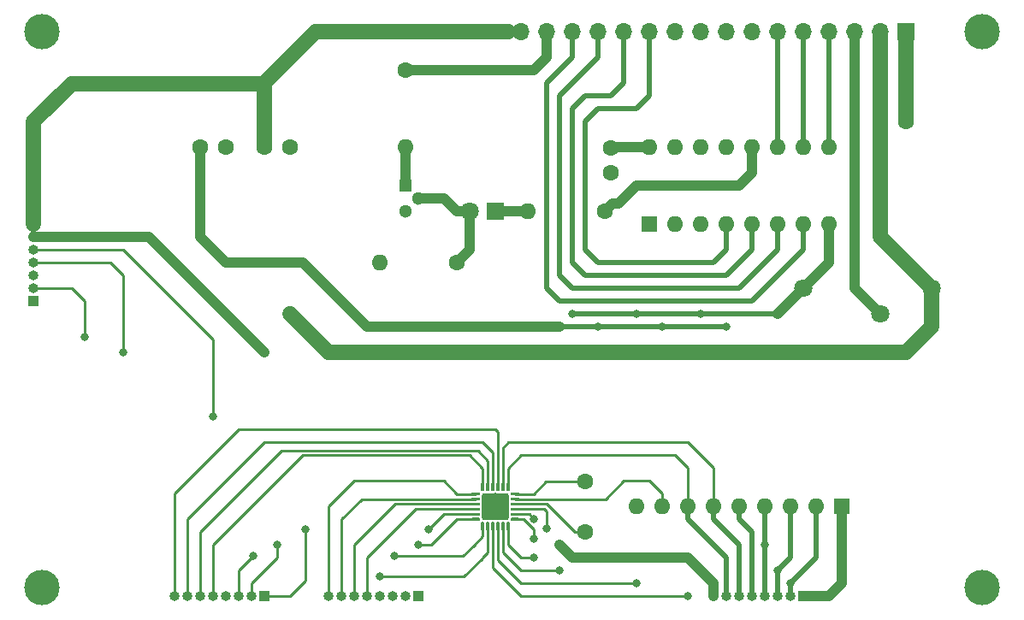
<source format=gbr>
G04 #@! TF.GenerationSoftware,KiCad,Pcbnew,5.1.3-ffb9f22~84~ubuntu16.04.1*
G04 #@! TF.CreationDate,2019-07-26T20:33:55+02:00*
G04 #@! TF.ProjectId,Raspberry-I2C-LCD-and-Keypad,52617370-6265-4727-9279-2d4932432d4c,rev?*
G04 #@! TF.SameCoordinates,Original*
G04 #@! TF.FileFunction,Copper,L2,Bot*
G04 #@! TF.FilePolarity,Positive*
%FSLAX46Y46*%
G04 Gerber Fmt 4.6, Leading zero omitted, Abs format (unit mm)*
G04 Created by KiCad (PCBNEW 5.1.3-ffb9f22~84~ubuntu16.04.1) date 2019-07-26 20:33:55*
%MOMM*%
%LPD*%
G04 APERTURE LIST*
%ADD10C,3.500000*%
%ADD11O,1.700000X1.700000*%
%ADD12R,1.700000X1.700000*%
%ADD13C,1.600000*%
%ADD14O,1.600000X1.600000*%
%ADD15R,1.600000X1.600000*%
%ADD16C,0.100000*%
%ADD17C,0.300000*%
%ADD18C,2.650000*%
%ADD19C,1.800000*%
%ADD20R,1.300000X1.300000*%
%ADD21C,1.300000*%
%ADD22O,1.000000X1.000000*%
%ADD23R,1.000000X1.000000*%
%ADD24R,1.800000X1.800000*%
%ADD25C,0.800000*%
%ADD26C,0.250000*%
%ADD27C,0.499872*%
%ADD28C,0.990600*%
%ADD29C,1.498600*%
G04 APERTURE END LIST*
D10*
X94840000Y-128660000D03*
X187840000Y-128660000D03*
X94840000Y-73660000D03*
X187840000Y-73660000D03*
D11*
X167640000Y-73660000D03*
X165100000Y-73660000D03*
D12*
X180340000Y-73660000D03*
D11*
X162560000Y-73660000D03*
X160020000Y-73660000D03*
X142240000Y-73660000D03*
X172720000Y-73660000D03*
X170180000Y-73660000D03*
X177800000Y-73660000D03*
X175260000Y-73660000D03*
X147320000Y-73660000D03*
X144780000Y-73660000D03*
X152400000Y-73660000D03*
X149860000Y-73660000D03*
X157480000Y-73660000D03*
X154940000Y-73660000D03*
D13*
X148590000Y-118190000D03*
X148590000Y-123190000D03*
D14*
X154940000Y-85090000D03*
X172720000Y-92710000D03*
X157480000Y-85090000D03*
X170180000Y-92710000D03*
X160020000Y-85090000D03*
X167640000Y-92710000D03*
X162560000Y-85090000D03*
X165100000Y-92710000D03*
X165100000Y-85090000D03*
X162560000Y-92710000D03*
X167640000Y-85090000D03*
X160020000Y-92710000D03*
X170180000Y-85090000D03*
X157480000Y-92710000D03*
X172720000Y-85090000D03*
D15*
X154940000Y-92710000D03*
D16*
G36*
X141982351Y-121750361D02*
G01*
X141989632Y-121751441D01*
X141996771Y-121753229D01*
X142003701Y-121755709D01*
X142010355Y-121758856D01*
X142016668Y-121762640D01*
X142022579Y-121767024D01*
X142028033Y-121771967D01*
X142032976Y-121777421D01*
X142037360Y-121783332D01*
X142041144Y-121789645D01*
X142044291Y-121796299D01*
X142046771Y-121803229D01*
X142048559Y-121810368D01*
X142049639Y-121817649D01*
X142050000Y-121825000D01*
X142050000Y-121975000D01*
X142049639Y-121982351D01*
X142048559Y-121989632D01*
X142046771Y-121996771D01*
X142044291Y-122003701D01*
X142041144Y-122010355D01*
X142037360Y-122016668D01*
X142032976Y-122022579D01*
X142028033Y-122028033D01*
X142022579Y-122032976D01*
X142016668Y-122037360D01*
X142010355Y-122041144D01*
X142003701Y-122044291D01*
X141996771Y-122046771D01*
X141989632Y-122048559D01*
X141982351Y-122049639D01*
X141975000Y-122050000D01*
X141300000Y-122050000D01*
X141292649Y-122049639D01*
X141285368Y-122048559D01*
X141278229Y-122046771D01*
X141271299Y-122044291D01*
X141264645Y-122041144D01*
X141258332Y-122037360D01*
X141252421Y-122032976D01*
X141246967Y-122028033D01*
X141242024Y-122022579D01*
X141237640Y-122016668D01*
X141233856Y-122010355D01*
X141230709Y-122003701D01*
X141228229Y-121996771D01*
X141226441Y-121989632D01*
X141225361Y-121982351D01*
X141225000Y-121975000D01*
X141225000Y-121825000D01*
X141225361Y-121817649D01*
X141226441Y-121810368D01*
X141228229Y-121803229D01*
X141230709Y-121796299D01*
X141233856Y-121789645D01*
X141237640Y-121783332D01*
X141242024Y-121777421D01*
X141246967Y-121771967D01*
X141252421Y-121767024D01*
X141258332Y-121762640D01*
X141264645Y-121758856D01*
X141271299Y-121755709D01*
X141278229Y-121753229D01*
X141285368Y-121751441D01*
X141292649Y-121750361D01*
X141300000Y-121750000D01*
X141975000Y-121750000D01*
X141982351Y-121750361D01*
X141982351Y-121750361D01*
G37*
D17*
X141637500Y-121900000D03*
D16*
G36*
X141982351Y-121250361D02*
G01*
X141989632Y-121251441D01*
X141996771Y-121253229D01*
X142003701Y-121255709D01*
X142010355Y-121258856D01*
X142016668Y-121262640D01*
X142022579Y-121267024D01*
X142028033Y-121271967D01*
X142032976Y-121277421D01*
X142037360Y-121283332D01*
X142041144Y-121289645D01*
X142044291Y-121296299D01*
X142046771Y-121303229D01*
X142048559Y-121310368D01*
X142049639Y-121317649D01*
X142050000Y-121325000D01*
X142050000Y-121475000D01*
X142049639Y-121482351D01*
X142048559Y-121489632D01*
X142046771Y-121496771D01*
X142044291Y-121503701D01*
X142041144Y-121510355D01*
X142037360Y-121516668D01*
X142032976Y-121522579D01*
X142028033Y-121528033D01*
X142022579Y-121532976D01*
X142016668Y-121537360D01*
X142010355Y-121541144D01*
X142003701Y-121544291D01*
X141996771Y-121546771D01*
X141989632Y-121548559D01*
X141982351Y-121549639D01*
X141975000Y-121550000D01*
X141300000Y-121550000D01*
X141292649Y-121549639D01*
X141285368Y-121548559D01*
X141278229Y-121546771D01*
X141271299Y-121544291D01*
X141264645Y-121541144D01*
X141258332Y-121537360D01*
X141252421Y-121532976D01*
X141246967Y-121528033D01*
X141242024Y-121522579D01*
X141237640Y-121516668D01*
X141233856Y-121510355D01*
X141230709Y-121503701D01*
X141228229Y-121496771D01*
X141226441Y-121489632D01*
X141225361Y-121482351D01*
X141225000Y-121475000D01*
X141225000Y-121325000D01*
X141225361Y-121317649D01*
X141226441Y-121310368D01*
X141228229Y-121303229D01*
X141230709Y-121296299D01*
X141233856Y-121289645D01*
X141237640Y-121283332D01*
X141242024Y-121277421D01*
X141246967Y-121271967D01*
X141252421Y-121267024D01*
X141258332Y-121262640D01*
X141264645Y-121258856D01*
X141271299Y-121255709D01*
X141278229Y-121253229D01*
X141285368Y-121251441D01*
X141292649Y-121250361D01*
X141300000Y-121250000D01*
X141975000Y-121250000D01*
X141982351Y-121250361D01*
X141982351Y-121250361D01*
G37*
D17*
X141637500Y-121400000D03*
D16*
G36*
X141982351Y-120750361D02*
G01*
X141989632Y-120751441D01*
X141996771Y-120753229D01*
X142003701Y-120755709D01*
X142010355Y-120758856D01*
X142016668Y-120762640D01*
X142022579Y-120767024D01*
X142028033Y-120771967D01*
X142032976Y-120777421D01*
X142037360Y-120783332D01*
X142041144Y-120789645D01*
X142044291Y-120796299D01*
X142046771Y-120803229D01*
X142048559Y-120810368D01*
X142049639Y-120817649D01*
X142050000Y-120825000D01*
X142050000Y-120975000D01*
X142049639Y-120982351D01*
X142048559Y-120989632D01*
X142046771Y-120996771D01*
X142044291Y-121003701D01*
X142041144Y-121010355D01*
X142037360Y-121016668D01*
X142032976Y-121022579D01*
X142028033Y-121028033D01*
X142022579Y-121032976D01*
X142016668Y-121037360D01*
X142010355Y-121041144D01*
X142003701Y-121044291D01*
X141996771Y-121046771D01*
X141989632Y-121048559D01*
X141982351Y-121049639D01*
X141975000Y-121050000D01*
X141300000Y-121050000D01*
X141292649Y-121049639D01*
X141285368Y-121048559D01*
X141278229Y-121046771D01*
X141271299Y-121044291D01*
X141264645Y-121041144D01*
X141258332Y-121037360D01*
X141252421Y-121032976D01*
X141246967Y-121028033D01*
X141242024Y-121022579D01*
X141237640Y-121016668D01*
X141233856Y-121010355D01*
X141230709Y-121003701D01*
X141228229Y-120996771D01*
X141226441Y-120989632D01*
X141225361Y-120982351D01*
X141225000Y-120975000D01*
X141225000Y-120825000D01*
X141225361Y-120817649D01*
X141226441Y-120810368D01*
X141228229Y-120803229D01*
X141230709Y-120796299D01*
X141233856Y-120789645D01*
X141237640Y-120783332D01*
X141242024Y-120777421D01*
X141246967Y-120771967D01*
X141252421Y-120767024D01*
X141258332Y-120762640D01*
X141264645Y-120758856D01*
X141271299Y-120755709D01*
X141278229Y-120753229D01*
X141285368Y-120751441D01*
X141292649Y-120750361D01*
X141300000Y-120750000D01*
X141975000Y-120750000D01*
X141982351Y-120750361D01*
X141982351Y-120750361D01*
G37*
D17*
X141637500Y-120900000D03*
D16*
G36*
X141982351Y-120250361D02*
G01*
X141989632Y-120251441D01*
X141996771Y-120253229D01*
X142003701Y-120255709D01*
X142010355Y-120258856D01*
X142016668Y-120262640D01*
X142022579Y-120267024D01*
X142028033Y-120271967D01*
X142032976Y-120277421D01*
X142037360Y-120283332D01*
X142041144Y-120289645D01*
X142044291Y-120296299D01*
X142046771Y-120303229D01*
X142048559Y-120310368D01*
X142049639Y-120317649D01*
X142050000Y-120325000D01*
X142050000Y-120475000D01*
X142049639Y-120482351D01*
X142048559Y-120489632D01*
X142046771Y-120496771D01*
X142044291Y-120503701D01*
X142041144Y-120510355D01*
X142037360Y-120516668D01*
X142032976Y-120522579D01*
X142028033Y-120528033D01*
X142022579Y-120532976D01*
X142016668Y-120537360D01*
X142010355Y-120541144D01*
X142003701Y-120544291D01*
X141996771Y-120546771D01*
X141989632Y-120548559D01*
X141982351Y-120549639D01*
X141975000Y-120550000D01*
X141300000Y-120550000D01*
X141292649Y-120549639D01*
X141285368Y-120548559D01*
X141278229Y-120546771D01*
X141271299Y-120544291D01*
X141264645Y-120541144D01*
X141258332Y-120537360D01*
X141252421Y-120532976D01*
X141246967Y-120528033D01*
X141242024Y-120522579D01*
X141237640Y-120516668D01*
X141233856Y-120510355D01*
X141230709Y-120503701D01*
X141228229Y-120496771D01*
X141226441Y-120489632D01*
X141225361Y-120482351D01*
X141225000Y-120475000D01*
X141225000Y-120325000D01*
X141225361Y-120317649D01*
X141226441Y-120310368D01*
X141228229Y-120303229D01*
X141230709Y-120296299D01*
X141233856Y-120289645D01*
X141237640Y-120283332D01*
X141242024Y-120277421D01*
X141246967Y-120271967D01*
X141252421Y-120267024D01*
X141258332Y-120262640D01*
X141264645Y-120258856D01*
X141271299Y-120255709D01*
X141278229Y-120253229D01*
X141285368Y-120251441D01*
X141292649Y-120250361D01*
X141300000Y-120250000D01*
X141975000Y-120250000D01*
X141982351Y-120250361D01*
X141982351Y-120250361D01*
G37*
D17*
X141637500Y-120400000D03*
D16*
G36*
X141982351Y-119750361D02*
G01*
X141989632Y-119751441D01*
X141996771Y-119753229D01*
X142003701Y-119755709D01*
X142010355Y-119758856D01*
X142016668Y-119762640D01*
X142022579Y-119767024D01*
X142028033Y-119771967D01*
X142032976Y-119777421D01*
X142037360Y-119783332D01*
X142041144Y-119789645D01*
X142044291Y-119796299D01*
X142046771Y-119803229D01*
X142048559Y-119810368D01*
X142049639Y-119817649D01*
X142050000Y-119825000D01*
X142050000Y-119975000D01*
X142049639Y-119982351D01*
X142048559Y-119989632D01*
X142046771Y-119996771D01*
X142044291Y-120003701D01*
X142041144Y-120010355D01*
X142037360Y-120016668D01*
X142032976Y-120022579D01*
X142028033Y-120028033D01*
X142022579Y-120032976D01*
X142016668Y-120037360D01*
X142010355Y-120041144D01*
X142003701Y-120044291D01*
X141996771Y-120046771D01*
X141989632Y-120048559D01*
X141982351Y-120049639D01*
X141975000Y-120050000D01*
X141300000Y-120050000D01*
X141292649Y-120049639D01*
X141285368Y-120048559D01*
X141278229Y-120046771D01*
X141271299Y-120044291D01*
X141264645Y-120041144D01*
X141258332Y-120037360D01*
X141252421Y-120032976D01*
X141246967Y-120028033D01*
X141242024Y-120022579D01*
X141237640Y-120016668D01*
X141233856Y-120010355D01*
X141230709Y-120003701D01*
X141228229Y-119996771D01*
X141226441Y-119989632D01*
X141225361Y-119982351D01*
X141225000Y-119975000D01*
X141225000Y-119825000D01*
X141225361Y-119817649D01*
X141226441Y-119810368D01*
X141228229Y-119803229D01*
X141230709Y-119796299D01*
X141233856Y-119789645D01*
X141237640Y-119783332D01*
X141242024Y-119777421D01*
X141246967Y-119771967D01*
X141252421Y-119767024D01*
X141258332Y-119762640D01*
X141264645Y-119758856D01*
X141271299Y-119755709D01*
X141278229Y-119753229D01*
X141285368Y-119751441D01*
X141292649Y-119750361D01*
X141300000Y-119750000D01*
X141975000Y-119750000D01*
X141982351Y-119750361D01*
X141982351Y-119750361D01*
G37*
D17*
X141637500Y-119900000D03*
D16*
G36*
X141982351Y-119250361D02*
G01*
X141989632Y-119251441D01*
X141996771Y-119253229D01*
X142003701Y-119255709D01*
X142010355Y-119258856D01*
X142016668Y-119262640D01*
X142022579Y-119267024D01*
X142028033Y-119271967D01*
X142032976Y-119277421D01*
X142037360Y-119283332D01*
X142041144Y-119289645D01*
X142044291Y-119296299D01*
X142046771Y-119303229D01*
X142048559Y-119310368D01*
X142049639Y-119317649D01*
X142050000Y-119325000D01*
X142050000Y-119475000D01*
X142049639Y-119482351D01*
X142048559Y-119489632D01*
X142046771Y-119496771D01*
X142044291Y-119503701D01*
X142041144Y-119510355D01*
X142037360Y-119516668D01*
X142032976Y-119522579D01*
X142028033Y-119528033D01*
X142022579Y-119532976D01*
X142016668Y-119537360D01*
X142010355Y-119541144D01*
X142003701Y-119544291D01*
X141996771Y-119546771D01*
X141989632Y-119548559D01*
X141982351Y-119549639D01*
X141975000Y-119550000D01*
X141300000Y-119550000D01*
X141292649Y-119549639D01*
X141285368Y-119548559D01*
X141278229Y-119546771D01*
X141271299Y-119544291D01*
X141264645Y-119541144D01*
X141258332Y-119537360D01*
X141252421Y-119532976D01*
X141246967Y-119528033D01*
X141242024Y-119522579D01*
X141237640Y-119516668D01*
X141233856Y-119510355D01*
X141230709Y-119503701D01*
X141228229Y-119496771D01*
X141226441Y-119489632D01*
X141225361Y-119482351D01*
X141225000Y-119475000D01*
X141225000Y-119325000D01*
X141225361Y-119317649D01*
X141226441Y-119310368D01*
X141228229Y-119303229D01*
X141230709Y-119296299D01*
X141233856Y-119289645D01*
X141237640Y-119283332D01*
X141242024Y-119277421D01*
X141246967Y-119271967D01*
X141252421Y-119267024D01*
X141258332Y-119262640D01*
X141264645Y-119258856D01*
X141271299Y-119255709D01*
X141278229Y-119253229D01*
X141285368Y-119251441D01*
X141292649Y-119250361D01*
X141300000Y-119250000D01*
X141975000Y-119250000D01*
X141982351Y-119250361D01*
X141982351Y-119250361D01*
G37*
D17*
X141637500Y-119400000D03*
D16*
G36*
X141032351Y-118300361D02*
G01*
X141039632Y-118301441D01*
X141046771Y-118303229D01*
X141053701Y-118305709D01*
X141060355Y-118308856D01*
X141066668Y-118312640D01*
X141072579Y-118317024D01*
X141078033Y-118321967D01*
X141082976Y-118327421D01*
X141087360Y-118333332D01*
X141091144Y-118339645D01*
X141094291Y-118346299D01*
X141096771Y-118353229D01*
X141098559Y-118360368D01*
X141099639Y-118367649D01*
X141100000Y-118375000D01*
X141100000Y-119050000D01*
X141099639Y-119057351D01*
X141098559Y-119064632D01*
X141096771Y-119071771D01*
X141094291Y-119078701D01*
X141091144Y-119085355D01*
X141087360Y-119091668D01*
X141082976Y-119097579D01*
X141078033Y-119103033D01*
X141072579Y-119107976D01*
X141066668Y-119112360D01*
X141060355Y-119116144D01*
X141053701Y-119119291D01*
X141046771Y-119121771D01*
X141039632Y-119123559D01*
X141032351Y-119124639D01*
X141025000Y-119125000D01*
X140875000Y-119125000D01*
X140867649Y-119124639D01*
X140860368Y-119123559D01*
X140853229Y-119121771D01*
X140846299Y-119119291D01*
X140839645Y-119116144D01*
X140833332Y-119112360D01*
X140827421Y-119107976D01*
X140821967Y-119103033D01*
X140817024Y-119097579D01*
X140812640Y-119091668D01*
X140808856Y-119085355D01*
X140805709Y-119078701D01*
X140803229Y-119071771D01*
X140801441Y-119064632D01*
X140800361Y-119057351D01*
X140800000Y-119050000D01*
X140800000Y-118375000D01*
X140800361Y-118367649D01*
X140801441Y-118360368D01*
X140803229Y-118353229D01*
X140805709Y-118346299D01*
X140808856Y-118339645D01*
X140812640Y-118333332D01*
X140817024Y-118327421D01*
X140821967Y-118321967D01*
X140827421Y-118317024D01*
X140833332Y-118312640D01*
X140839645Y-118308856D01*
X140846299Y-118305709D01*
X140853229Y-118303229D01*
X140860368Y-118301441D01*
X140867649Y-118300361D01*
X140875000Y-118300000D01*
X141025000Y-118300000D01*
X141032351Y-118300361D01*
X141032351Y-118300361D01*
G37*
D17*
X140950000Y-118712500D03*
D16*
G36*
X140532351Y-118300361D02*
G01*
X140539632Y-118301441D01*
X140546771Y-118303229D01*
X140553701Y-118305709D01*
X140560355Y-118308856D01*
X140566668Y-118312640D01*
X140572579Y-118317024D01*
X140578033Y-118321967D01*
X140582976Y-118327421D01*
X140587360Y-118333332D01*
X140591144Y-118339645D01*
X140594291Y-118346299D01*
X140596771Y-118353229D01*
X140598559Y-118360368D01*
X140599639Y-118367649D01*
X140600000Y-118375000D01*
X140600000Y-119050000D01*
X140599639Y-119057351D01*
X140598559Y-119064632D01*
X140596771Y-119071771D01*
X140594291Y-119078701D01*
X140591144Y-119085355D01*
X140587360Y-119091668D01*
X140582976Y-119097579D01*
X140578033Y-119103033D01*
X140572579Y-119107976D01*
X140566668Y-119112360D01*
X140560355Y-119116144D01*
X140553701Y-119119291D01*
X140546771Y-119121771D01*
X140539632Y-119123559D01*
X140532351Y-119124639D01*
X140525000Y-119125000D01*
X140375000Y-119125000D01*
X140367649Y-119124639D01*
X140360368Y-119123559D01*
X140353229Y-119121771D01*
X140346299Y-119119291D01*
X140339645Y-119116144D01*
X140333332Y-119112360D01*
X140327421Y-119107976D01*
X140321967Y-119103033D01*
X140317024Y-119097579D01*
X140312640Y-119091668D01*
X140308856Y-119085355D01*
X140305709Y-119078701D01*
X140303229Y-119071771D01*
X140301441Y-119064632D01*
X140300361Y-119057351D01*
X140300000Y-119050000D01*
X140300000Y-118375000D01*
X140300361Y-118367649D01*
X140301441Y-118360368D01*
X140303229Y-118353229D01*
X140305709Y-118346299D01*
X140308856Y-118339645D01*
X140312640Y-118333332D01*
X140317024Y-118327421D01*
X140321967Y-118321967D01*
X140327421Y-118317024D01*
X140333332Y-118312640D01*
X140339645Y-118308856D01*
X140346299Y-118305709D01*
X140353229Y-118303229D01*
X140360368Y-118301441D01*
X140367649Y-118300361D01*
X140375000Y-118300000D01*
X140525000Y-118300000D01*
X140532351Y-118300361D01*
X140532351Y-118300361D01*
G37*
D17*
X140450000Y-118712500D03*
D16*
G36*
X140032351Y-118300361D02*
G01*
X140039632Y-118301441D01*
X140046771Y-118303229D01*
X140053701Y-118305709D01*
X140060355Y-118308856D01*
X140066668Y-118312640D01*
X140072579Y-118317024D01*
X140078033Y-118321967D01*
X140082976Y-118327421D01*
X140087360Y-118333332D01*
X140091144Y-118339645D01*
X140094291Y-118346299D01*
X140096771Y-118353229D01*
X140098559Y-118360368D01*
X140099639Y-118367649D01*
X140100000Y-118375000D01*
X140100000Y-119050000D01*
X140099639Y-119057351D01*
X140098559Y-119064632D01*
X140096771Y-119071771D01*
X140094291Y-119078701D01*
X140091144Y-119085355D01*
X140087360Y-119091668D01*
X140082976Y-119097579D01*
X140078033Y-119103033D01*
X140072579Y-119107976D01*
X140066668Y-119112360D01*
X140060355Y-119116144D01*
X140053701Y-119119291D01*
X140046771Y-119121771D01*
X140039632Y-119123559D01*
X140032351Y-119124639D01*
X140025000Y-119125000D01*
X139875000Y-119125000D01*
X139867649Y-119124639D01*
X139860368Y-119123559D01*
X139853229Y-119121771D01*
X139846299Y-119119291D01*
X139839645Y-119116144D01*
X139833332Y-119112360D01*
X139827421Y-119107976D01*
X139821967Y-119103033D01*
X139817024Y-119097579D01*
X139812640Y-119091668D01*
X139808856Y-119085355D01*
X139805709Y-119078701D01*
X139803229Y-119071771D01*
X139801441Y-119064632D01*
X139800361Y-119057351D01*
X139800000Y-119050000D01*
X139800000Y-118375000D01*
X139800361Y-118367649D01*
X139801441Y-118360368D01*
X139803229Y-118353229D01*
X139805709Y-118346299D01*
X139808856Y-118339645D01*
X139812640Y-118333332D01*
X139817024Y-118327421D01*
X139821967Y-118321967D01*
X139827421Y-118317024D01*
X139833332Y-118312640D01*
X139839645Y-118308856D01*
X139846299Y-118305709D01*
X139853229Y-118303229D01*
X139860368Y-118301441D01*
X139867649Y-118300361D01*
X139875000Y-118300000D01*
X140025000Y-118300000D01*
X140032351Y-118300361D01*
X140032351Y-118300361D01*
G37*
D17*
X139950000Y-118712500D03*
D16*
G36*
X139532351Y-118300361D02*
G01*
X139539632Y-118301441D01*
X139546771Y-118303229D01*
X139553701Y-118305709D01*
X139560355Y-118308856D01*
X139566668Y-118312640D01*
X139572579Y-118317024D01*
X139578033Y-118321967D01*
X139582976Y-118327421D01*
X139587360Y-118333332D01*
X139591144Y-118339645D01*
X139594291Y-118346299D01*
X139596771Y-118353229D01*
X139598559Y-118360368D01*
X139599639Y-118367649D01*
X139600000Y-118375000D01*
X139600000Y-119050000D01*
X139599639Y-119057351D01*
X139598559Y-119064632D01*
X139596771Y-119071771D01*
X139594291Y-119078701D01*
X139591144Y-119085355D01*
X139587360Y-119091668D01*
X139582976Y-119097579D01*
X139578033Y-119103033D01*
X139572579Y-119107976D01*
X139566668Y-119112360D01*
X139560355Y-119116144D01*
X139553701Y-119119291D01*
X139546771Y-119121771D01*
X139539632Y-119123559D01*
X139532351Y-119124639D01*
X139525000Y-119125000D01*
X139375000Y-119125000D01*
X139367649Y-119124639D01*
X139360368Y-119123559D01*
X139353229Y-119121771D01*
X139346299Y-119119291D01*
X139339645Y-119116144D01*
X139333332Y-119112360D01*
X139327421Y-119107976D01*
X139321967Y-119103033D01*
X139317024Y-119097579D01*
X139312640Y-119091668D01*
X139308856Y-119085355D01*
X139305709Y-119078701D01*
X139303229Y-119071771D01*
X139301441Y-119064632D01*
X139300361Y-119057351D01*
X139300000Y-119050000D01*
X139300000Y-118375000D01*
X139300361Y-118367649D01*
X139301441Y-118360368D01*
X139303229Y-118353229D01*
X139305709Y-118346299D01*
X139308856Y-118339645D01*
X139312640Y-118333332D01*
X139317024Y-118327421D01*
X139321967Y-118321967D01*
X139327421Y-118317024D01*
X139333332Y-118312640D01*
X139339645Y-118308856D01*
X139346299Y-118305709D01*
X139353229Y-118303229D01*
X139360368Y-118301441D01*
X139367649Y-118300361D01*
X139375000Y-118300000D01*
X139525000Y-118300000D01*
X139532351Y-118300361D01*
X139532351Y-118300361D01*
G37*
D17*
X139450000Y-118712500D03*
D16*
G36*
X139032351Y-118300361D02*
G01*
X139039632Y-118301441D01*
X139046771Y-118303229D01*
X139053701Y-118305709D01*
X139060355Y-118308856D01*
X139066668Y-118312640D01*
X139072579Y-118317024D01*
X139078033Y-118321967D01*
X139082976Y-118327421D01*
X139087360Y-118333332D01*
X139091144Y-118339645D01*
X139094291Y-118346299D01*
X139096771Y-118353229D01*
X139098559Y-118360368D01*
X139099639Y-118367649D01*
X139100000Y-118375000D01*
X139100000Y-119050000D01*
X139099639Y-119057351D01*
X139098559Y-119064632D01*
X139096771Y-119071771D01*
X139094291Y-119078701D01*
X139091144Y-119085355D01*
X139087360Y-119091668D01*
X139082976Y-119097579D01*
X139078033Y-119103033D01*
X139072579Y-119107976D01*
X139066668Y-119112360D01*
X139060355Y-119116144D01*
X139053701Y-119119291D01*
X139046771Y-119121771D01*
X139039632Y-119123559D01*
X139032351Y-119124639D01*
X139025000Y-119125000D01*
X138875000Y-119125000D01*
X138867649Y-119124639D01*
X138860368Y-119123559D01*
X138853229Y-119121771D01*
X138846299Y-119119291D01*
X138839645Y-119116144D01*
X138833332Y-119112360D01*
X138827421Y-119107976D01*
X138821967Y-119103033D01*
X138817024Y-119097579D01*
X138812640Y-119091668D01*
X138808856Y-119085355D01*
X138805709Y-119078701D01*
X138803229Y-119071771D01*
X138801441Y-119064632D01*
X138800361Y-119057351D01*
X138800000Y-119050000D01*
X138800000Y-118375000D01*
X138800361Y-118367649D01*
X138801441Y-118360368D01*
X138803229Y-118353229D01*
X138805709Y-118346299D01*
X138808856Y-118339645D01*
X138812640Y-118333332D01*
X138817024Y-118327421D01*
X138821967Y-118321967D01*
X138827421Y-118317024D01*
X138833332Y-118312640D01*
X138839645Y-118308856D01*
X138846299Y-118305709D01*
X138853229Y-118303229D01*
X138860368Y-118301441D01*
X138867649Y-118300361D01*
X138875000Y-118300000D01*
X139025000Y-118300000D01*
X139032351Y-118300361D01*
X139032351Y-118300361D01*
G37*
D17*
X138950000Y-118712500D03*
D16*
G36*
X138532351Y-118300361D02*
G01*
X138539632Y-118301441D01*
X138546771Y-118303229D01*
X138553701Y-118305709D01*
X138560355Y-118308856D01*
X138566668Y-118312640D01*
X138572579Y-118317024D01*
X138578033Y-118321967D01*
X138582976Y-118327421D01*
X138587360Y-118333332D01*
X138591144Y-118339645D01*
X138594291Y-118346299D01*
X138596771Y-118353229D01*
X138598559Y-118360368D01*
X138599639Y-118367649D01*
X138600000Y-118375000D01*
X138600000Y-119050000D01*
X138599639Y-119057351D01*
X138598559Y-119064632D01*
X138596771Y-119071771D01*
X138594291Y-119078701D01*
X138591144Y-119085355D01*
X138587360Y-119091668D01*
X138582976Y-119097579D01*
X138578033Y-119103033D01*
X138572579Y-119107976D01*
X138566668Y-119112360D01*
X138560355Y-119116144D01*
X138553701Y-119119291D01*
X138546771Y-119121771D01*
X138539632Y-119123559D01*
X138532351Y-119124639D01*
X138525000Y-119125000D01*
X138375000Y-119125000D01*
X138367649Y-119124639D01*
X138360368Y-119123559D01*
X138353229Y-119121771D01*
X138346299Y-119119291D01*
X138339645Y-119116144D01*
X138333332Y-119112360D01*
X138327421Y-119107976D01*
X138321967Y-119103033D01*
X138317024Y-119097579D01*
X138312640Y-119091668D01*
X138308856Y-119085355D01*
X138305709Y-119078701D01*
X138303229Y-119071771D01*
X138301441Y-119064632D01*
X138300361Y-119057351D01*
X138300000Y-119050000D01*
X138300000Y-118375000D01*
X138300361Y-118367649D01*
X138301441Y-118360368D01*
X138303229Y-118353229D01*
X138305709Y-118346299D01*
X138308856Y-118339645D01*
X138312640Y-118333332D01*
X138317024Y-118327421D01*
X138321967Y-118321967D01*
X138327421Y-118317024D01*
X138333332Y-118312640D01*
X138339645Y-118308856D01*
X138346299Y-118305709D01*
X138353229Y-118303229D01*
X138360368Y-118301441D01*
X138367649Y-118300361D01*
X138375000Y-118300000D01*
X138525000Y-118300000D01*
X138532351Y-118300361D01*
X138532351Y-118300361D01*
G37*
D17*
X138450000Y-118712500D03*
D16*
G36*
X138107351Y-119250361D02*
G01*
X138114632Y-119251441D01*
X138121771Y-119253229D01*
X138128701Y-119255709D01*
X138135355Y-119258856D01*
X138141668Y-119262640D01*
X138147579Y-119267024D01*
X138153033Y-119271967D01*
X138157976Y-119277421D01*
X138162360Y-119283332D01*
X138166144Y-119289645D01*
X138169291Y-119296299D01*
X138171771Y-119303229D01*
X138173559Y-119310368D01*
X138174639Y-119317649D01*
X138175000Y-119325000D01*
X138175000Y-119475000D01*
X138174639Y-119482351D01*
X138173559Y-119489632D01*
X138171771Y-119496771D01*
X138169291Y-119503701D01*
X138166144Y-119510355D01*
X138162360Y-119516668D01*
X138157976Y-119522579D01*
X138153033Y-119528033D01*
X138147579Y-119532976D01*
X138141668Y-119537360D01*
X138135355Y-119541144D01*
X138128701Y-119544291D01*
X138121771Y-119546771D01*
X138114632Y-119548559D01*
X138107351Y-119549639D01*
X138100000Y-119550000D01*
X137425000Y-119550000D01*
X137417649Y-119549639D01*
X137410368Y-119548559D01*
X137403229Y-119546771D01*
X137396299Y-119544291D01*
X137389645Y-119541144D01*
X137383332Y-119537360D01*
X137377421Y-119532976D01*
X137371967Y-119528033D01*
X137367024Y-119522579D01*
X137362640Y-119516668D01*
X137358856Y-119510355D01*
X137355709Y-119503701D01*
X137353229Y-119496771D01*
X137351441Y-119489632D01*
X137350361Y-119482351D01*
X137350000Y-119475000D01*
X137350000Y-119325000D01*
X137350361Y-119317649D01*
X137351441Y-119310368D01*
X137353229Y-119303229D01*
X137355709Y-119296299D01*
X137358856Y-119289645D01*
X137362640Y-119283332D01*
X137367024Y-119277421D01*
X137371967Y-119271967D01*
X137377421Y-119267024D01*
X137383332Y-119262640D01*
X137389645Y-119258856D01*
X137396299Y-119255709D01*
X137403229Y-119253229D01*
X137410368Y-119251441D01*
X137417649Y-119250361D01*
X137425000Y-119250000D01*
X138100000Y-119250000D01*
X138107351Y-119250361D01*
X138107351Y-119250361D01*
G37*
D17*
X137762500Y-119400000D03*
D16*
G36*
X138107351Y-119750361D02*
G01*
X138114632Y-119751441D01*
X138121771Y-119753229D01*
X138128701Y-119755709D01*
X138135355Y-119758856D01*
X138141668Y-119762640D01*
X138147579Y-119767024D01*
X138153033Y-119771967D01*
X138157976Y-119777421D01*
X138162360Y-119783332D01*
X138166144Y-119789645D01*
X138169291Y-119796299D01*
X138171771Y-119803229D01*
X138173559Y-119810368D01*
X138174639Y-119817649D01*
X138175000Y-119825000D01*
X138175000Y-119975000D01*
X138174639Y-119982351D01*
X138173559Y-119989632D01*
X138171771Y-119996771D01*
X138169291Y-120003701D01*
X138166144Y-120010355D01*
X138162360Y-120016668D01*
X138157976Y-120022579D01*
X138153033Y-120028033D01*
X138147579Y-120032976D01*
X138141668Y-120037360D01*
X138135355Y-120041144D01*
X138128701Y-120044291D01*
X138121771Y-120046771D01*
X138114632Y-120048559D01*
X138107351Y-120049639D01*
X138100000Y-120050000D01*
X137425000Y-120050000D01*
X137417649Y-120049639D01*
X137410368Y-120048559D01*
X137403229Y-120046771D01*
X137396299Y-120044291D01*
X137389645Y-120041144D01*
X137383332Y-120037360D01*
X137377421Y-120032976D01*
X137371967Y-120028033D01*
X137367024Y-120022579D01*
X137362640Y-120016668D01*
X137358856Y-120010355D01*
X137355709Y-120003701D01*
X137353229Y-119996771D01*
X137351441Y-119989632D01*
X137350361Y-119982351D01*
X137350000Y-119975000D01*
X137350000Y-119825000D01*
X137350361Y-119817649D01*
X137351441Y-119810368D01*
X137353229Y-119803229D01*
X137355709Y-119796299D01*
X137358856Y-119789645D01*
X137362640Y-119783332D01*
X137367024Y-119777421D01*
X137371967Y-119771967D01*
X137377421Y-119767024D01*
X137383332Y-119762640D01*
X137389645Y-119758856D01*
X137396299Y-119755709D01*
X137403229Y-119753229D01*
X137410368Y-119751441D01*
X137417649Y-119750361D01*
X137425000Y-119750000D01*
X138100000Y-119750000D01*
X138107351Y-119750361D01*
X138107351Y-119750361D01*
G37*
D17*
X137762500Y-119900000D03*
D16*
G36*
X138107351Y-120250361D02*
G01*
X138114632Y-120251441D01*
X138121771Y-120253229D01*
X138128701Y-120255709D01*
X138135355Y-120258856D01*
X138141668Y-120262640D01*
X138147579Y-120267024D01*
X138153033Y-120271967D01*
X138157976Y-120277421D01*
X138162360Y-120283332D01*
X138166144Y-120289645D01*
X138169291Y-120296299D01*
X138171771Y-120303229D01*
X138173559Y-120310368D01*
X138174639Y-120317649D01*
X138175000Y-120325000D01*
X138175000Y-120475000D01*
X138174639Y-120482351D01*
X138173559Y-120489632D01*
X138171771Y-120496771D01*
X138169291Y-120503701D01*
X138166144Y-120510355D01*
X138162360Y-120516668D01*
X138157976Y-120522579D01*
X138153033Y-120528033D01*
X138147579Y-120532976D01*
X138141668Y-120537360D01*
X138135355Y-120541144D01*
X138128701Y-120544291D01*
X138121771Y-120546771D01*
X138114632Y-120548559D01*
X138107351Y-120549639D01*
X138100000Y-120550000D01*
X137425000Y-120550000D01*
X137417649Y-120549639D01*
X137410368Y-120548559D01*
X137403229Y-120546771D01*
X137396299Y-120544291D01*
X137389645Y-120541144D01*
X137383332Y-120537360D01*
X137377421Y-120532976D01*
X137371967Y-120528033D01*
X137367024Y-120522579D01*
X137362640Y-120516668D01*
X137358856Y-120510355D01*
X137355709Y-120503701D01*
X137353229Y-120496771D01*
X137351441Y-120489632D01*
X137350361Y-120482351D01*
X137350000Y-120475000D01*
X137350000Y-120325000D01*
X137350361Y-120317649D01*
X137351441Y-120310368D01*
X137353229Y-120303229D01*
X137355709Y-120296299D01*
X137358856Y-120289645D01*
X137362640Y-120283332D01*
X137367024Y-120277421D01*
X137371967Y-120271967D01*
X137377421Y-120267024D01*
X137383332Y-120262640D01*
X137389645Y-120258856D01*
X137396299Y-120255709D01*
X137403229Y-120253229D01*
X137410368Y-120251441D01*
X137417649Y-120250361D01*
X137425000Y-120250000D01*
X138100000Y-120250000D01*
X138107351Y-120250361D01*
X138107351Y-120250361D01*
G37*
D17*
X137762500Y-120400000D03*
D16*
G36*
X138107351Y-120750361D02*
G01*
X138114632Y-120751441D01*
X138121771Y-120753229D01*
X138128701Y-120755709D01*
X138135355Y-120758856D01*
X138141668Y-120762640D01*
X138147579Y-120767024D01*
X138153033Y-120771967D01*
X138157976Y-120777421D01*
X138162360Y-120783332D01*
X138166144Y-120789645D01*
X138169291Y-120796299D01*
X138171771Y-120803229D01*
X138173559Y-120810368D01*
X138174639Y-120817649D01*
X138175000Y-120825000D01*
X138175000Y-120975000D01*
X138174639Y-120982351D01*
X138173559Y-120989632D01*
X138171771Y-120996771D01*
X138169291Y-121003701D01*
X138166144Y-121010355D01*
X138162360Y-121016668D01*
X138157976Y-121022579D01*
X138153033Y-121028033D01*
X138147579Y-121032976D01*
X138141668Y-121037360D01*
X138135355Y-121041144D01*
X138128701Y-121044291D01*
X138121771Y-121046771D01*
X138114632Y-121048559D01*
X138107351Y-121049639D01*
X138100000Y-121050000D01*
X137425000Y-121050000D01*
X137417649Y-121049639D01*
X137410368Y-121048559D01*
X137403229Y-121046771D01*
X137396299Y-121044291D01*
X137389645Y-121041144D01*
X137383332Y-121037360D01*
X137377421Y-121032976D01*
X137371967Y-121028033D01*
X137367024Y-121022579D01*
X137362640Y-121016668D01*
X137358856Y-121010355D01*
X137355709Y-121003701D01*
X137353229Y-120996771D01*
X137351441Y-120989632D01*
X137350361Y-120982351D01*
X137350000Y-120975000D01*
X137350000Y-120825000D01*
X137350361Y-120817649D01*
X137351441Y-120810368D01*
X137353229Y-120803229D01*
X137355709Y-120796299D01*
X137358856Y-120789645D01*
X137362640Y-120783332D01*
X137367024Y-120777421D01*
X137371967Y-120771967D01*
X137377421Y-120767024D01*
X137383332Y-120762640D01*
X137389645Y-120758856D01*
X137396299Y-120755709D01*
X137403229Y-120753229D01*
X137410368Y-120751441D01*
X137417649Y-120750361D01*
X137425000Y-120750000D01*
X138100000Y-120750000D01*
X138107351Y-120750361D01*
X138107351Y-120750361D01*
G37*
D17*
X137762500Y-120900000D03*
D16*
G36*
X138107351Y-121250361D02*
G01*
X138114632Y-121251441D01*
X138121771Y-121253229D01*
X138128701Y-121255709D01*
X138135355Y-121258856D01*
X138141668Y-121262640D01*
X138147579Y-121267024D01*
X138153033Y-121271967D01*
X138157976Y-121277421D01*
X138162360Y-121283332D01*
X138166144Y-121289645D01*
X138169291Y-121296299D01*
X138171771Y-121303229D01*
X138173559Y-121310368D01*
X138174639Y-121317649D01*
X138175000Y-121325000D01*
X138175000Y-121475000D01*
X138174639Y-121482351D01*
X138173559Y-121489632D01*
X138171771Y-121496771D01*
X138169291Y-121503701D01*
X138166144Y-121510355D01*
X138162360Y-121516668D01*
X138157976Y-121522579D01*
X138153033Y-121528033D01*
X138147579Y-121532976D01*
X138141668Y-121537360D01*
X138135355Y-121541144D01*
X138128701Y-121544291D01*
X138121771Y-121546771D01*
X138114632Y-121548559D01*
X138107351Y-121549639D01*
X138100000Y-121550000D01*
X137425000Y-121550000D01*
X137417649Y-121549639D01*
X137410368Y-121548559D01*
X137403229Y-121546771D01*
X137396299Y-121544291D01*
X137389645Y-121541144D01*
X137383332Y-121537360D01*
X137377421Y-121532976D01*
X137371967Y-121528033D01*
X137367024Y-121522579D01*
X137362640Y-121516668D01*
X137358856Y-121510355D01*
X137355709Y-121503701D01*
X137353229Y-121496771D01*
X137351441Y-121489632D01*
X137350361Y-121482351D01*
X137350000Y-121475000D01*
X137350000Y-121325000D01*
X137350361Y-121317649D01*
X137351441Y-121310368D01*
X137353229Y-121303229D01*
X137355709Y-121296299D01*
X137358856Y-121289645D01*
X137362640Y-121283332D01*
X137367024Y-121277421D01*
X137371967Y-121271967D01*
X137377421Y-121267024D01*
X137383332Y-121262640D01*
X137389645Y-121258856D01*
X137396299Y-121255709D01*
X137403229Y-121253229D01*
X137410368Y-121251441D01*
X137417649Y-121250361D01*
X137425000Y-121250000D01*
X138100000Y-121250000D01*
X138107351Y-121250361D01*
X138107351Y-121250361D01*
G37*
D17*
X137762500Y-121400000D03*
D16*
G36*
X138107351Y-121750361D02*
G01*
X138114632Y-121751441D01*
X138121771Y-121753229D01*
X138128701Y-121755709D01*
X138135355Y-121758856D01*
X138141668Y-121762640D01*
X138147579Y-121767024D01*
X138153033Y-121771967D01*
X138157976Y-121777421D01*
X138162360Y-121783332D01*
X138166144Y-121789645D01*
X138169291Y-121796299D01*
X138171771Y-121803229D01*
X138173559Y-121810368D01*
X138174639Y-121817649D01*
X138175000Y-121825000D01*
X138175000Y-121975000D01*
X138174639Y-121982351D01*
X138173559Y-121989632D01*
X138171771Y-121996771D01*
X138169291Y-122003701D01*
X138166144Y-122010355D01*
X138162360Y-122016668D01*
X138157976Y-122022579D01*
X138153033Y-122028033D01*
X138147579Y-122032976D01*
X138141668Y-122037360D01*
X138135355Y-122041144D01*
X138128701Y-122044291D01*
X138121771Y-122046771D01*
X138114632Y-122048559D01*
X138107351Y-122049639D01*
X138100000Y-122050000D01*
X137425000Y-122050000D01*
X137417649Y-122049639D01*
X137410368Y-122048559D01*
X137403229Y-122046771D01*
X137396299Y-122044291D01*
X137389645Y-122041144D01*
X137383332Y-122037360D01*
X137377421Y-122032976D01*
X137371967Y-122028033D01*
X137367024Y-122022579D01*
X137362640Y-122016668D01*
X137358856Y-122010355D01*
X137355709Y-122003701D01*
X137353229Y-121996771D01*
X137351441Y-121989632D01*
X137350361Y-121982351D01*
X137350000Y-121975000D01*
X137350000Y-121825000D01*
X137350361Y-121817649D01*
X137351441Y-121810368D01*
X137353229Y-121803229D01*
X137355709Y-121796299D01*
X137358856Y-121789645D01*
X137362640Y-121783332D01*
X137367024Y-121777421D01*
X137371967Y-121771967D01*
X137377421Y-121767024D01*
X137383332Y-121762640D01*
X137389645Y-121758856D01*
X137396299Y-121755709D01*
X137403229Y-121753229D01*
X137410368Y-121751441D01*
X137417649Y-121750361D01*
X137425000Y-121750000D01*
X138100000Y-121750000D01*
X138107351Y-121750361D01*
X138107351Y-121750361D01*
G37*
D17*
X137762500Y-121900000D03*
D16*
G36*
X138532351Y-122175361D02*
G01*
X138539632Y-122176441D01*
X138546771Y-122178229D01*
X138553701Y-122180709D01*
X138560355Y-122183856D01*
X138566668Y-122187640D01*
X138572579Y-122192024D01*
X138578033Y-122196967D01*
X138582976Y-122202421D01*
X138587360Y-122208332D01*
X138591144Y-122214645D01*
X138594291Y-122221299D01*
X138596771Y-122228229D01*
X138598559Y-122235368D01*
X138599639Y-122242649D01*
X138600000Y-122250000D01*
X138600000Y-122925000D01*
X138599639Y-122932351D01*
X138598559Y-122939632D01*
X138596771Y-122946771D01*
X138594291Y-122953701D01*
X138591144Y-122960355D01*
X138587360Y-122966668D01*
X138582976Y-122972579D01*
X138578033Y-122978033D01*
X138572579Y-122982976D01*
X138566668Y-122987360D01*
X138560355Y-122991144D01*
X138553701Y-122994291D01*
X138546771Y-122996771D01*
X138539632Y-122998559D01*
X138532351Y-122999639D01*
X138525000Y-123000000D01*
X138375000Y-123000000D01*
X138367649Y-122999639D01*
X138360368Y-122998559D01*
X138353229Y-122996771D01*
X138346299Y-122994291D01*
X138339645Y-122991144D01*
X138333332Y-122987360D01*
X138327421Y-122982976D01*
X138321967Y-122978033D01*
X138317024Y-122972579D01*
X138312640Y-122966668D01*
X138308856Y-122960355D01*
X138305709Y-122953701D01*
X138303229Y-122946771D01*
X138301441Y-122939632D01*
X138300361Y-122932351D01*
X138300000Y-122925000D01*
X138300000Y-122250000D01*
X138300361Y-122242649D01*
X138301441Y-122235368D01*
X138303229Y-122228229D01*
X138305709Y-122221299D01*
X138308856Y-122214645D01*
X138312640Y-122208332D01*
X138317024Y-122202421D01*
X138321967Y-122196967D01*
X138327421Y-122192024D01*
X138333332Y-122187640D01*
X138339645Y-122183856D01*
X138346299Y-122180709D01*
X138353229Y-122178229D01*
X138360368Y-122176441D01*
X138367649Y-122175361D01*
X138375000Y-122175000D01*
X138525000Y-122175000D01*
X138532351Y-122175361D01*
X138532351Y-122175361D01*
G37*
D17*
X138450000Y-122587500D03*
D16*
G36*
X139032351Y-122175361D02*
G01*
X139039632Y-122176441D01*
X139046771Y-122178229D01*
X139053701Y-122180709D01*
X139060355Y-122183856D01*
X139066668Y-122187640D01*
X139072579Y-122192024D01*
X139078033Y-122196967D01*
X139082976Y-122202421D01*
X139087360Y-122208332D01*
X139091144Y-122214645D01*
X139094291Y-122221299D01*
X139096771Y-122228229D01*
X139098559Y-122235368D01*
X139099639Y-122242649D01*
X139100000Y-122250000D01*
X139100000Y-122925000D01*
X139099639Y-122932351D01*
X139098559Y-122939632D01*
X139096771Y-122946771D01*
X139094291Y-122953701D01*
X139091144Y-122960355D01*
X139087360Y-122966668D01*
X139082976Y-122972579D01*
X139078033Y-122978033D01*
X139072579Y-122982976D01*
X139066668Y-122987360D01*
X139060355Y-122991144D01*
X139053701Y-122994291D01*
X139046771Y-122996771D01*
X139039632Y-122998559D01*
X139032351Y-122999639D01*
X139025000Y-123000000D01*
X138875000Y-123000000D01*
X138867649Y-122999639D01*
X138860368Y-122998559D01*
X138853229Y-122996771D01*
X138846299Y-122994291D01*
X138839645Y-122991144D01*
X138833332Y-122987360D01*
X138827421Y-122982976D01*
X138821967Y-122978033D01*
X138817024Y-122972579D01*
X138812640Y-122966668D01*
X138808856Y-122960355D01*
X138805709Y-122953701D01*
X138803229Y-122946771D01*
X138801441Y-122939632D01*
X138800361Y-122932351D01*
X138800000Y-122925000D01*
X138800000Y-122250000D01*
X138800361Y-122242649D01*
X138801441Y-122235368D01*
X138803229Y-122228229D01*
X138805709Y-122221299D01*
X138808856Y-122214645D01*
X138812640Y-122208332D01*
X138817024Y-122202421D01*
X138821967Y-122196967D01*
X138827421Y-122192024D01*
X138833332Y-122187640D01*
X138839645Y-122183856D01*
X138846299Y-122180709D01*
X138853229Y-122178229D01*
X138860368Y-122176441D01*
X138867649Y-122175361D01*
X138875000Y-122175000D01*
X139025000Y-122175000D01*
X139032351Y-122175361D01*
X139032351Y-122175361D01*
G37*
D17*
X138950000Y-122587500D03*
D16*
G36*
X139532351Y-122175361D02*
G01*
X139539632Y-122176441D01*
X139546771Y-122178229D01*
X139553701Y-122180709D01*
X139560355Y-122183856D01*
X139566668Y-122187640D01*
X139572579Y-122192024D01*
X139578033Y-122196967D01*
X139582976Y-122202421D01*
X139587360Y-122208332D01*
X139591144Y-122214645D01*
X139594291Y-122221299D01*
X139596771Y-122228229D01*
X139598559Y-122235368D01*
X139599639Y-122242649D01*
X139600000Y-122250000D01*
X139600000Y-122925000D01*
X139599639Y-122932351D01*
X139598559Y-122939632D01*
X139596771Y-122946771D01*
X139594291Y-122953701D01*
X139591144Y-122960355D01*
X139587360Y-122966668D01*
X139582976Y-122972579D01*
X139578033Y-122978033D01*
X139572579Y-122982976D01*
X139566668Y-122987360D01*
X139560355Y-122991144D01*
X139553701Y-122994291D01*
X139546771Y-122996771D01*
X139539632Y-122998559D01*
X139532351Y-122999639D01*
X139525000Y-123000000D01*
X139375000Y-123000000D01*
X139367649Y-122999639D01*
X139360368Y-122998559D01*
X139353229Y-122996771D01*
X139346299Y-122994291D01*
X139339645Y-122991144D01*
X139333332Y-122987360D01*
X139327421Y-122982976D01*
X139321967Y-122978033D01*
X139317024Y-122972579D01*
X139312640Y-122966668D01*
X139308856Y-122960355D01*
X139305709Y-122953701D01*
X139303229Y-122946771D01*
X139301441Y-122939632D01*
X139300361Y-122932351D01*
X139300000Y-122925000D01*
X139300000Y-122250000D01*
X139300361Y-122242649D01*
X139301441Y-122235368D01*
X139303229Y-122228229D01*
X139305709Y-122221299D01*
X139308856Y-122214645D01*
X139312640Y-122208332D01*
X139317024Y-122202421D01*
X139321967Y-122196967D01*
X139327421Y-122192024D01*
X139333332Y-122187640D01*
X139339645Y-122183856D01*
X139346299Y-122180709D01*
X139353229Y-122178229D01*
X139360368Y-122176441D01*
X139367649Y-122175361D01*
X139375000Y-122175000D01*
X139525000Y-122175000D01*
X139532351Y-122175361D01*
X139532351Y-122175361D01*
G37*
D17*
X139450000Y-122587500D03*
D16*
G36*
X140032351Y-122175361D02*
G01*
X140039632Y-122176441D01*
X140046771Y-122178229D01*
X140053701Y-122180709D01*
X140060355Y-122183856D01*
X140066668Y-122187640D01*
X140072579Y-122192024D01*
X140078033Y-122196967D01*
X140082976Y-122202421D01*
X140087360Y-122208332D01*
X140091144Y-122214645D01*
X140094291Y-122221299D01*
X140096771Y-122228229D01*
X140098559Y-122235368D01*
X140099639Y-122242649D01*
X140100000Y-122250000D01*
X140100000Y-122925000D01*
X140099639Y-122932351D01*
X140098559Y-122939632D01*
X140096771Y-122946771D01*
X140094291Y-122953701D01*
X140091144Y-122960355D01*
X140087360Y-122966668D01*
X140082976Y-122972579D01*
X140078033Y-122978033D01*
X140072579Y-122982976D01*
X140066668Y-122987360D01*
X140060355Y-122991144D01*
X140053701Y-122994291D01*
X140046771Y-122996771D01*
X140039632Y-122998559D01*
X140032351Y-122999639D01*
X140025000Y-123000000D01*
X139875000Y-123000000D01*
X139867649Y-122999639D01*
X139860368Y-122998559D01*
X139853229Y-122996771D01*
X139846299Y-122994291D01*
X139839645Y-122991144D01*
X139833332Y-122987360D01*
X139827421Y-122982976D01*
X139821967Y-122978033D01*
X139817024Y-122972579D01*
X139812640Y-122966668D01*
X139808856Y-122960355D01*
X139805709Y-122953701D01*
X139803229Y-122946771D01*
X139801441Y-122939632D01*
X139800361Y-122932351D01*
X139800000Y-122925000D01*
X139800000Y-122250000D01*
X139800361Y-122242649D01*
X139801441Y-122235368D01*
X139803229Y-122228229D01*
X139805709Y-122221299D01*
X139808856Y-122214645D01*
X139812640Y-122208332D01*
X139817024Y-122202421D01*
X139821967Y-122196967D01*
X139827421Y-122192024D01*
X139833332Y-122187640D01*
X139839645Y-122183856D01*
X139846299Y-122180709D01*
X139853229Y-122178229D01*
X139860368Y-122176441D01*
X139867649Y-122175361D01*
X139875000Y-122175000D01*
X140025000Y-122175000D01*
X140032351Y-122175361D01*
X140032351Y-122175361D01*
G37*
D17*
X139950000Y-122587500D03*
D16*
G36*
X140532351Y-122175361D02*
G01*
X140539632Y-122176441D01*
X140546771Y-122178229D01*
X140553701Y-122180709D01*
X140560355Y-122183856D01*
X140566668Y-122187640D01*
X140572579Y-122192024D01*
X140578033Y-122196967D01*
X140582976Y-122202421D01*
X140587360Y-122208332D01*
X140591144Y-122214645D01*
X140594291Y-122221299D01*
X140596771Y-122228229D01*
X140598559Y-122235368D01*
X140599639Y-122242649D01*
X140600000Y-122250000D01*
X140600000Y-122925000D01*
X140599639Y-122932351D01*
X140598559Y-122939632D01*
X140596771Y-122946771D01*
X140594291Y-122953701D01*
X140591144Y-122960355D01*
X140587360Y-122966668D01*
X140582976Y-122972579D01*
X140578033Y-122978033D01*
X140572579Y-122982976D01*
X140566668Y-122987360D01*
X140560355Y-122991144D01*
X140553701Y-122994291D01*
X140546771Y-122996771D01*
X140539632Y-122998559D01*
X140532351Y-122999639D01*
X140525000Y-123000000D01*
X140375000Y-123000000D01*
X140367649Y-122999639D01*
X140360368Y-122998559D01*
X140353229Y-122996771D01*
X140346299Y-122994291D01*
X140339645Y-122991144D01*
X140333332Y-122987360D01*
X140327421Y-122982976D01*
X140321967Y-122978033D01*
X140317024Y-122972579D01*
X140312640Y-122966668D01*
X140308856Y-122960355D01*
X140305709Y-122953701D01*
X140303229Y-122946771D01*
X140301441Y-122939632D01*
X140300361Y-122932351D01*
X140300000Y-122925000D01*
X140300000Y-122250000D01*
X140300361Y-122242649D01*
X140301441Y-122235368D01*
X140303229Y-122228229D01*
X140305709Y-122221299D01*
X140308856Y-122214645D01*
X140312640Y-122208332D01*
X140317024Y-122202421D01*
X140321967Y-122196967D01*
X140327421Y-122192024D01*
X140333332Y-122187640D01*
X140339645Y-122183856D01*
X140346299Y-122180709D01*
X140353229Y-122178229D01*
X140360368Y-122176441D01*
X140367649Y-122175361D01*
X140375000Y-122175000D01*
X140525000Y-122175000D01*
X140532351Y-122175361D01*
X140532351Y-122175361D01*
G37*
D17*
X140450000Y-122587500D03*
D16*
G36*
X141032351Y-122175361D02*
G01*
X141039632Y-122176441D01*
X141046771Y-122178229D01*
X141053701Y-122180709D01*
X141060355Y-122183856D01*
X141066668Y-122187640D01*
X141072579Y-122192024D01*
X141078033Y-122196967D01*
X141082976Y-122202421D01*
X141087360Y-122208332D01*
X141091144Y-122214645D01*
X141094291Y-122221299D01*
X141096771Y-122228229D01*
X141098559Y-122235368D01*
X141099639Y-122242649D01*
X141100000Y-122250000D01*
X141100000Y-122925000D01*
X141099639Y-122932351D01*
X141098559Y-122939632D01*
X141096771Y-122946771D01*
X141094291Y-122953701D01*
X141091144Y-122960355D01*
X141087360Y-122966668D01*
X141082976Y-122972579D01*
X141078033Y-122978033D01*
X141072579Y-122982976D01*
X141066668Y-122987360D01*
X141060355Y-122991144D01*
X141053701Y-122994291D01*
X141046771Y-122996771D01*
X141039632Y-122998559D01*
X141032351Y-122999639D01*
X141025000Y-123000000D01*
X140875000Y-123000000D01*
X140867649Y-122999639D01*
X140860368Y-122998559D01*
X140853229Y-122996771D01*
X140846299Y-122994291D01*
X140839645Y-122991144D01*
X140833332Y-122987360D01*
X140827421Y-122982976D01*
X140821967Y-122978033D01*
X140817024Y-122972579D01*
X140812640Y-122966668D01*
X140808856Y-122960355D01*
X140805709Y-122953701D01*
X140803229Y-122946771D01*
X140801441Y-122939632D01*
X140800361Y-122932351D01*
X140800000Y-122925000D01*
X140800000Y-122250000D01*
X140800361Y-122242649D01*
X140801441Y-122235368D01*
X140803229Y-122228229D01*
X140805709Y-122221299D01*
X140808856Y-122214645D01*
X140812640Y-122208332D01*
X140817024Y-122202421D01*
X140821967Y-122196967D01*
X140827421Y-122192024D01*
X140833332Y-122187640D01*
X140839645Y-122183856D01*
X140846299Y-122180709D01*
X140853229Y-122178229D01*
X140860368Y-122176441D01*
X140867649Y-122175361D01*
X140875000Y-122175000D01*
X141025000Y-122175000D01*
X141032351Y-122175361D01*
X141032351Y-122175361D01*
G37*
D17*
X140950000Y-122587500D03*
D16*
G36*
X140799504Y-119326204D02*
G01*
X140823773Y-119329804D01*
X140847571Y-119335765D01*
X140870671Y-119344030D01*
X140892849Y-119354520D01*
X140913893Y-119367133D01*
X140933598Y-119381747D01*
X140951777Y-119398223D01*
X140968253Y-119416402D01*
X140982867Y-119436107D01*
X140995480Y-119457151D01*
X141005970Y-119479329D01*
X141014235Y-119502429D01*
X141020196Y-119526227D01*
X141023796Y-119550496D01*
X141025000Y-119575000D01*
X141025000Y-121725000D01*
X141023796Y-121749504D01*
X141020196Y-121773773D01*
X141014235Y-121797571D01*
X141005970Y-121820671D01*
X140995480Y-121842849D01*
X140982867Y-121863893D01*
X140968253Y-121883598D01*
X140951777Y-121901777D01*
X140933598Y-121918253D01*
X140913893Y-121932867D01*
X140892849Y-121945480D01*
X140870671Y-121955970D01*
X140847571Y-121964235D01*
X140823773Y-121970196D01*
X140799504Y-121973796D01*
X140775000Y-121975000D01*
X138625000Y-121975000D01*
X138600496Y-121973796D01*
X138576227Y-121970196D01*
X138552429Y-121964235D01*
X138529329Y-121955970D01*
X138507151Y-121945480D01*
X138486107Y-121932867D01*
X138466402Y-121918253D01*
X138448223Y-121901777D01*
X138431747Y-121883598D01*
X138417133Y-121863893D01*
X138404520Y-121842849D01*
X138394030Y-121820671D01*
X138385765Y-121797571D01*
X138379804Y-121773773D01*
X138376204Y-121749504D01*
X138375000Y-121725000D01*
X138375000Y-119575000D01*
X138376204Y-119550496D01*
X138379804Y-119526227D01*
X138385765Y-119502429D01*
X138394030Y-119479329D01*
X138404520Y-119457151D01*
X138417133Y-119436107D01*
X138431747Y-119416402D01*
X138448223Y-119398223D01*
X138466402Y-119381747D01*
X138486107Y-119367133D01*
X138507151Y-119354520D01*
X138529329Y-119344030D01*
X138552429Y-119335765D01*
X138576227Y-119329804D01*
X138600496Y-119326204D01*
X138625000Y-119325000D01*
X140775000Y-119325000D01*
X140799504Y-119326204D01*
X140799504Y-119326204D01*
G37*
D18*
X139700000Y-120650000D03*
D19*
X182880000Y-99060000D03*
X177800000Y-101600000D03*
X170180000Y-99060000D03*
D14*
X153670000Y-120650000D03*
X156210000Y-120650000D03*
X158750000Y-120650000D03*
X161290000Y-120650000D03*
X163830000Y-120650000D03*
X166370000Y-120650000D03*
X168910000Y-120650000D03*
X171450000Y-120650000D03*
D15*
X173990000Y-120650000D03*
D14*
X130810000Y-85090000D03*
D13*
X130810000Y-77470000D03*
X150495000Y-91440000D03*
D14*
X142875000Y-91440000D03*
X128270000Y-96520000D03*
D13*
X135890000Y-96520000D03*
D20*
X130810000Y-88900000D03*
D21*
X130810000Y-91440000D03*
X132080000Y-90170000D03*
D22*
X107950000Y-129540000D03*
X109220000Y-129540000D03*
X110490000Y-129540000D03*
X111760000Y-129540000D03*
X113030000Y-129540000D03*
X114300000Y-129540000D03*
X115570000Y-129540000D03*
D23*
X116840000Y-129540000D03*
D22*
X161290000Y-129540000D03*
X162560000Y-129540000D03*
X163830000Y-129540000D03*
X165100000Y-129540000D03*
X166370000Y-129540000D03*
X167640000Y-129540000D03*
X168910000Y-129540000D03*
D23*
X170180000Y-129540000D03*
D22*
X123190000Y-129540000D03*
X124460000Y-129540000D03*
X125730000Y-129540000D03*
X127000000Y-129540000D03*
X128270000Y-129540000D03*
X129540000Y-129540000D03*
X130810000Y-129540000D03*
D23*
X132080000Y-129540000D03*
D22*
X93980000Y-93980000D03*
X93980000Y-95250000D03*
X93980000Y-96520000D03*
X93980000Y-97790000D03*
X93980000Y-99060000D03*
D23*
X93980000Y-100330000D03*
D19*
X137160000Y-91440000D03*
D24*
X139700000Y-91440000D03*
D13*
X112990000Y-85090000D03*
X110490000Y-85090000D03*
X116880000Y-85090000D03*
X119380000Y-85090000D03*
X180300000Y-82550000D03*
D15*
X177800000Y-82550000D03*
D13*
X151130000Y-85130000D03*
X151130000Y-87630000D03*
D25*
X144780000Y-122809000D03*
X143510000Y-123825000D03*
X111760000Y-111760000D03*
X128270000Y-127584200D03*
X162590000Y-102840000D03*
X149890000Y-102840000D03*
X156210000Y-102870000D03*
X127000000Y-102870000D03*
X116840000Y-82550000D03*
X147320000Y-101600000D03*
X153670000Y-101600000D03*
X160020000Y-101600000D03*
X116840000Y-105410000D03*
X116840000Y-105410000D03*
X146050000Y-124460000D03*
X119380000Y-101600000D03*
X129708878Y-125561122D03*
X115738878Y-125561122D03*
X132080000Y-124460000D03*
X118110000Y-124460000D03*
X143510000Y-125730000D03*
X166340417Y-124460000D03*
X146050000Y-127000000D03*
X153670000Y-128270000D03*
X167640000Y-127000000D03*
X167640000Y-127000000D03*
X158750000Y-129540000D03*
X168910000Y-128270000D03*
X168910000Y-128270000D03*
X168910000Y-128270000D03*
X99031524Y-103826684D03*
X143538658Y-121891342D03*
X102870000Y-105410000D03*
X133118462Y-122901538D03*
X120938462Y-122901538D03*
D26*
X111760000Y-111760000D02*
X111760000Y-104140000D01*
X102870000Y-95250000D02*
X93980000Y-95250000D01*
X111760000Y-104140000D02*
X102870000Y-95250000D01*
X143509872Y-122935558D02*
X143509872Y-123227114D01*
X142474314Y-121900000D02*
X143509872Y-122935558D01*
X141637500Y-121900000D02*
X142474314Y-121900000D01*
X143510000Y-123227242D02*
X143510000Y-123825000D01*
X143509872Y-123227114D02*
X143510000Y-123227242D01*
D27*
X151170000Y-85090000D02*
X151130000Y-85130000D01*
D28*
X154940000Y-85090000D02*
X151170000Y-85090000D01*
D27*
X162590000Y-102840000D02*
X156240000Y-102840000D01*
X156240000Y-102840000D02*
X156210000Y-102870000D01*
X156240000Y-102840000D02*
X149890000Y-102840000D01*
X149890000Y-102840000D02*
X149890000Y-102840000D01*
X156210000Y-102870000D02*
X156210000Y-102870000D01*
D28*
X126970000Y-102840000D02*
X120650000Y-96520000D01*
X120650000Y-96520000D02*
X113030000Y-96520000D01*
X113030000Y-96520000D02*
X110490000Y-93980000D01*
X110490000Y-93980000D02*
X110490000Y-85090000D01*
D27*
X149890000Y-102840000D02*
X146080000Y-102840000D01*
D28*
X146080000Y-102840000D02*
X126970000Y-102840000D01*
X170180000Y-129540000D02*
X172720000Y-129540000D01*
X173990000Y-128270000D02*
X173990000Y-120650000D01*
X172720000Y-129540000D02*
X173990000Y-128270000D01*
D26*
X144780000Y-120400000D02*
X147570000Y-123190000D01*
X141637500Y-120400000D02*
X144780000Y-120400000D01*
X147570000Y-123190000D02*
X148590000Y-123190000D01*
X156210000Y-120650000D02*
X156210000Y-119380000D01*
X156210000Y-119380000D02*
X154940000Y-118110000D01*
X141637500Y-119900000D02*
X144260000Y-119900000D01*
X144260000Y-119900000D02*
X150610000Y-119900000D01*
X150610000Y-119900000D02*
X152400000Y-118110000D01*
X152400000Y-118110000D02*
X154940000Y-118110000D01*
D27*
X180340000Y-82510000D02*
X180300000Y-82550000D01*
D29*
X180340000Y-73660000D02*
X180340000Y-82510000D01*
X121920000Y-73660000D02*
X116840000Y-78740000D01*
X116880000Y-78780000D02*
X116880000Y-85090000D01*
D27*
X116840000Y-78740000D02*
X116880000Y-78780000D01*
D28*
X170180000Y-99060000D02*
X172720000Y-96520000D01*
D29*
X97750000Y-78780000D02*
X116880000Y-78780000D01*
X93980000Y-82550000D02*
X97750000Y-78780000D01*
D27*
X93980000Y-93980000D02*
X93980000Y-92710000D01*
D29*
X93980000Y-92710000D02*
X93980000Y-82550000D01*
D27*
X142240000Y-73660000D02*
X140970000Y-73660000D01*
D29*
X140970000Y-73660000D02*
X121920000Y-73660000D01*
D28*
X172720000Y-92710000D02*
X172720000Y-96520000D01*
X170180000Y-99060000D02*
X167640000Y-101600000D01*
D27*
X167640000Y-101600000D02*
X160020000Y-101600000D01*
X160020000Y-101600000D02*
X153670000Y-101600000D01*
X153670000Y-101600000D02*
X147320000Y-101600000D01*
X147320000Y-101600000D02*
X147320000Y-101600000D01*
X153670000Y-101600000D02*
X153670000Y-101600000D01*
X160020000Y-101600000D02*
X160020000Y-101600000D01*
D26*
X143490000Y-119400000D02*
X141637500Y-119400000D01*
X144700000Y-118190000D02*
X143490000Y-119400000D01*
X147320000Y-118190000D02*
X144700000Y-118190000D01*
D28*
X161290000Y-129540000D02*
X161290000Y-128270000D01*
X93980000Y-93980000D02*
X105410000Y-93980000D01*
X105410000Y-93980000D02*
X116840000Y-105410000D01*
X158750000Y-125730000D02*
X147320000Y-125730000D01*
X161290000Y-128270000D02*
X158750000Y-125730000D01*
X147320000Y-125730000D02*
X146050000Y-124460000D01*
X146050000Y-124460000D02*
X146050000Y-124460000D01*
D26*
X147320000Y-118190000D02*
X148590000Y-118190000D01*
D29*
X177800000Y-73660000D02*
X177800000Y-82550000D01*
X177800000Y-82550000D02*
X177800000Y-93980000D01*
X177800000Y-93980000D02*
X182880000Y-99060000D01*
X123190000Y-105410000D02*
X119380000Y-101600000D01*
X180340000Y-105410000D02*
X123190000Y-105410000D01*
X182880000Y-102870000D02*
X180340000Y-105410000D01*
X182880000Y-99060000D02*
X182880000Y-102870000D01*
D28*
X132080000Y-90170000D02*
X134620000Y-90170000D01*
X134620000Y-90170000D02*
X135890000Y-91440000D01*
X135890000Y-91440000D02*
X137160000Y-91440000D01*
X135890000Y-96520000D02*
X137160000Y-95250000D01*
X137160000Y-95250000D02*
X137160000Y-91440000D01*
X139700000Y-91440000D02*
X142875000Y-91440000D01*
D26*
X137762500Y-119400000D02*
X135910000Y-119400000D01*
X135910000Y-119400000D02*
X135890000Y-119380000D01*
X123190000Y-120650000D02*
X123190000Y-129540000D01*
X125730000Y-118110000D02*
X123190000Y-120650000D01*
X134620000Y-118110000D02*
X125730000Y-118110000D01*
X135910000Y-119400000D02*
X134620000Y-118110000D01*
X124460000Y-123190000D02*
X124460000Y-129540000D01*
X124460000Y-121920000D02*
X124460000Y-123190000D01*
X137762500Y-119900000D02*
X129653590Y-119900000D01*
X129653590Y-119900000D02*
X129650387Y-119903203D01*
X129650387Y-119903203D02*
X126476797Y-119903203D01*
X126476797Y-119903203D02*
X124460000Y-121920000D01*
X125730000Y-124460000D02*
X125730000Y-129540000D01*
X137762500Y-120400000D02*
X129790000Y-120400000D01*
X129540000Y-120650000D02*
X125730000Y-124460000D01*
X129790000Y-120400000D02*
X129540000Y-120650000D01*
X127000000Y-125730000D02*
X127000000Y-129540000D01*
X131830000Y-120900000D02*
X127000000Y-125730000D01*
X137762500Y-120900000D02*
X131830000Y-120900000D01*
X138950000Y-122587500D02*
X138950000Y-125210000D01*
X138950000Y-125210000D02*
X138430000Y-125730000D01*
X138430000Y-125746051D02*
X136592087Y-127583964D01*
X138430000Y-125730000D02*
X138430000Y-125746051D01*
X128270296Y-127583964D02*
X128267805Y-127586455D01*
X136592087Y-127583964D02*
X128270296Y-127583964D01*
X138450000Y-123607762D02*
X138450294Y-123608056D01*
X138450000Y-122587500D02*
X138450000Y-123607762D01*
X138445717Y-123607762D02*
X137588609Y-124464870D01*
X138450000Y-123607762D02*
X138445717Y-123607762D01*
X137588609Y-124464870D02*
X137580785Y-124464870D01*
X137568939Y-124464870D02*
X136472687Y-125561122D01*
X137588609Y-124464870D02*
X137568939Y-124464870D01*
X136472687Y-125561122D02*
X129708878Y-125561122D01*
X129708878Y-125561122D02*
X129708878Y-125561122D01*
X114300000Y-127000000D02*
X115738878Y-125561122D01*
X114300000Y-129540000D02*
X114300000Y-127000000D01*
X137762500Y-121900000D02*
X135910000Y-121900000D01*
X135910000Y-121900000D02*
X133350000Y-124460000D01*
X133350000Y-124460000D02*
X132080000Y-124460000D01*
X132080000Y-124460000D02*
X132080000Y-124460000D01*
X115570000Y-129540000D02*
X115570000Y-128270000D01*
X118110000Y-125730000D02*
X118110000Y-124460000D01*
X115570000Y-128270000D02*
X118110000Y-125730000D01*
D27*
X162560000Y-129540000D02*
X162560000Y-125730000D01*
X162560000Y-125730000D02*
X158750000Y-121920000D01*
X158750000Y-121920000D02*
X158750000Y-120650000D01*
D26*
X158750000Y-116840000D02*
X158750000Y-120650000D01*
X140950000Y-118712500D02*
X140950000Y-116860000D01*
X140950000Y-116860000D02*
X142240000Y-115570000D01*
X142240000Y-115570000D02*
X157480000Y-115570000D01*
X157480000Y-115570000D02*
X158750000Y-116840000D01*
D27*
X163830000Y-129540000D02*
X163830000Y-124460000D01*
X163830000Y-124460000D02*
X161290000Y-121920000D01*
X161290000Y-121920000D02*
X161290000Y-120650000D01*
D26*
X140450000Y-118712500D02*
X140450000Y-114820000D01*
X140450000Y-114820000D02*
X140970000Y-114300000D01*
X140970000Y-114300000D02*
X158750000Y-114300000D01*
X161290000Y-116840000D02*
X161290000Y-120650000D01*
X158750000Y-114300000D02*
X161290000Y-116840000D01*
D27*
X165100000Y-123190000D02*
X163830000Y-121920000D01*
X163830000Y-121920000D02*
X163830000Y-120650000D01*
X165100000Y-129540000D02*
X165100000Y-123190000D01*
D26*
X142240000Y-125730000D02*
X143510000Y-125730000D01*
X140950000Y-124440000D02*
X142240000Y-125730000D01*
X140950000Y-122587500D02*
X140950000Y-124440000D01*
X140450993Y-124577403D02*
X140450993Y-124979544D01*
X140450000Y-124576410D02*
X140450993Y-124577403D01*
X140450000Y-122587500D02*
X140450000Y-124576410D01*
X140450993Y-124979544D02*
X140465020Y-124979544D01*
D27*
X166370000Y-129540000D02*
X166370000Y-120650000D01*
D26*
X140450993Y-124979544D02*
X140450993Y-125210993D01*
X142240000Y-127000000D02*
X143510000Y-127000000D01*
X140450993Y-125210993D02*
X142240000Y-127000000D01*
X143510000Y-127000000D02*
X146050000Y-127000000D01*
D27*
X167640000Y-129540000D02*
X167640000Y-127000000D01*
X167640000Y-127000000D02*
X168910000Y-125730000D01*
X168910000Y-125730000D02*
X168910000Y-120650000D01*
D26*
X153670000Y-128270000D02*
X153670000Y-128270000D01*
X142240000Y-128270000D02*
X153670000Y-128270000D01*
X139950000Y-125980000D02*
X142240000Y-128270000D01*
X139950000Y-122587500D02*
X139950000Y-125980000D01*
D27*
X171450000Y-125730000D02*
X171450000Y-120650000D01*
X168910000Y-128270000D02*
X171450000Y-125730000D01*
X168910000Y-129540000D02*
X168910000Y-128270000D01*
D26*
X139450000Y-126750000D02*
X140970000Y-128270000D01*
X139450000Y-122587500D02*
X139450000Y-126750000D01*
X158750000Y-129540000D02*
X158750000Y-129540000D01*
X151130000Y-129540000D02*
X149860000Y-129540000D01*
X158750000Y-129540000D02*
X151130000Y-129540000D01*
X140970000Y-128270000D02*
X142240000Y-129540000D01*
X142240000Y-129540000D02*
X149860000Y-129540000D01*
X139950000Y-113765462D02*
X139958802Y-113756660D01*
X139950000Y-118712500D02*
X139950000Y-113765462D01*
X139950000Y-113765462D02*
X139950000Y-113280000D01*
X139950000Y-113280000D02*
X139700000Y-113030000D01*
X139700000Y-113030000D02*
X114300000Y-113030000D01*
X107950000Y-119380000D02*
X107950000Y-129540000D01*
X114300000Y-113030000D02*
X107950000Y-119380000D01*
X139450000Y-118712500D02*
X139450000Y-115320000D01*
X139450000Y-115320000D02*
X138430000Y-114300000D01*
X138430000Y-114300000D02*
X116840000Y-114300000D01*
X116840000Y-114300000D02*
X109220000Y-121920000D01*
X109220000Y-121920000D02*
X109220000Y-129540000D01*
X138950000Y-118712500D02*
X138950000Y-116090000D01*
X137979991Y-115119991D02*
X118560009Y-115119991D01*
X138950000Y-116090000D02*
X137979991Y-115119991D01*
X118560009Y-115119991D02*
X110490000Y-123190000D01*
X110490000Y-123190000D02*
X110490000Y-129540000D01*
X111760000Y-124460000D02*
X111760000Y-129540000D01*
X138450000Y-118712500D02*
X138450000Y-116860000D01*
X120650000Y-115570000D02*
X111760000Y-124460000D01*
X138450000Y-116860000D02*
X137160000Y-115570000D01*
X137160000Y-115570000D02*
X120650000Y-115570000D01*
D28*
X130810000Y-85090000D02*
X130810000Y-88900000D01*
X143510000Y-77470000D02*
X144780000Y-76200000D01*
X144780000Y-76200000D02*
X144780000Y-73660000D01*
X143510000Y-77470000D02*
X130810000Y-77470000D01*
X175260000Y-99060000D02*
X177800000Y-101600000D01*
X175260000Y-99060000D02*
X175260000Y-73660000D01*
D26*
X144780000Y-121148078D02*
X144780000Y-122504773D01*
X141637500Y-120900000D02*
X142150000Y-120900000D01*
X142150000Y-120900000D02*
X142150961Y-120899039D01*
X142150961Y-120899039D02*
X144530961Y-120899039D01*
X144530961Y-120899039D02*
X144780000Y-121148078D01*
X99031524Y-103826684D02*
X99031524Y-100301524D01*
X97790000Y-99060000D02*
X93980000Y-99060000D01*
X99031524Y-100301524D02*
X97790000Y-99060000D01*
D27*
X147320000Y-73660000D02*
X147320000Y-76200000D01*
X144780000Y-78740000D02*
X144780000Y-99060000D01*
X147320000Y-76200000D02*
X144780000Y-78740000D01*
X144780000Y-99060000D02*
X146050000Y-100330000D01*
X170180000Y-95250000D02*
X165100000Y-100330000D01*
X170180000Y-92710000D02*
X170180000Y-95250000D01*
X146050000Y-100330000D02*
X165100000Y-100330000D01*
D26*
X143047317Y-121400000D02*
X143538658Y-121891342D01*
X141637500Y-121400000D02*
X143047317Y-121400000D01*
X143538658Y-121891342D02*
X143681905Y-122034588D01*
X93980000Y-96520000D02*
X96520000Y-96520000D01*
X101600000Y-96520000D02*
X102870000Y-97790000D01*
X102870000Y-97790000D02*
X102870000Y-105410000D01*
X96520000Y-96520000D02*
X101600000Y-96520000D01*
D27*
X167640000Y-95250000D02*
X167640000Y-92710000D01*
X163830000Y-99060000D02*
X167640000Y-95250000D01*
X147320000Y-99060000D02*
X163830000Y-99060000D01*
X149860000Y-76200000D02*
X146050000Y-80010000D01*
X146050000Y-80010000D02*
X146050000Y-97790000D01*
X149860000Y-73660000D02*
X149860000Y-76200000D01*
X146050000Y-97790000D02*
X147320000Y-99060000D01*
X165100000Y-95250000D02*
X165100000Y-92710000D01*
X162560000Y-97790000D02*
X165100000Y-95250000D01*
X148590000Y-97790000D02*
X162560000Y-97790000D01*
X147320000Y-96520000D02*
X148590000Y-97790000D01*
X147320000Y-81280000D02*
X147320000Y-96520000D01*
X152400000Y-73660000D02*
X152400000Y-78740000D01*
X151130000Y-80010000D02*
X148590000Y-80010000D01*
X152400000Y-78740000D02*
X151130000Y-80010000D01*
X148590000Y-80010000D02*
X147320000Y-81280000D01*
X154940000Y-73660000D02*
X154940000Y-80010000D01*
X154940000Y-80010000D02*
X153670000Y-81280000D01*
X153670000Y-81280000D02*
X149860000Y-81280000D01*
X149860000Y-81280000D02*
X148590000Y-82550000D01*
X148590000Y-82550000D02*
X148590000Y-95250000D01*
X148590000Y-95250000D02*
X149860000Y-96520000D01*
X149860000Y-96520000D02*
X161290000Y-96520000D01*
X161290000Y-96520000D02*
X162560000Y-95250000D01*
X162560000Y-95250000D02*
X162560000Y-92710000D01*
X167640000Y-73660000D02*
X167640000Y-81280000D01*
X167640000Y-85090000D02*
X167640000Y-81280000D01*
X170180000Y-73660000D02*
X170180000Y-81280000D01*
X170180000Y-85090000D02*
X170180000Y-81280000D01*
X172720000Y-73660000D02*
X172720000Y-81280000D01*
X172720000Y-85090000D02*
X172720000Y-81280000D01*
D26*
X134620000Y-121400000D02*
X133118462Y-122901538D01*
X137762500Y-121400000D02*
X134620000Y-121400000D01*
X133118462Y-122901538D02*
X133118462Y-122901538D01*
X116840000Y-129540000D02*
X118110000Y-129540000D01*
X118110000Y-129540000D02*
X119380000Y-129540000D01*
X120938462Y-122901538D02*
X120938462Y-127981538D01*
X120938462Y-127981538D02*
X119380000Y-129540000D01*
D28*
X151294999Y-90640001D02*
X151929999Y-90640001D01*
X150495000Y-91440000D02*
X151294999Y-90640001D01*
X151929999Y-90640001D02*
X153670000Y-88900000D01*
X153670000Y-88900000D02*
X163830000Y-88900000D01*
X163830000Y-88900000D02*
X165100000Y-87630000D01*
X165100000Y-87630000D02*
X165100000Y-85090000D01*
M02*

</source>
